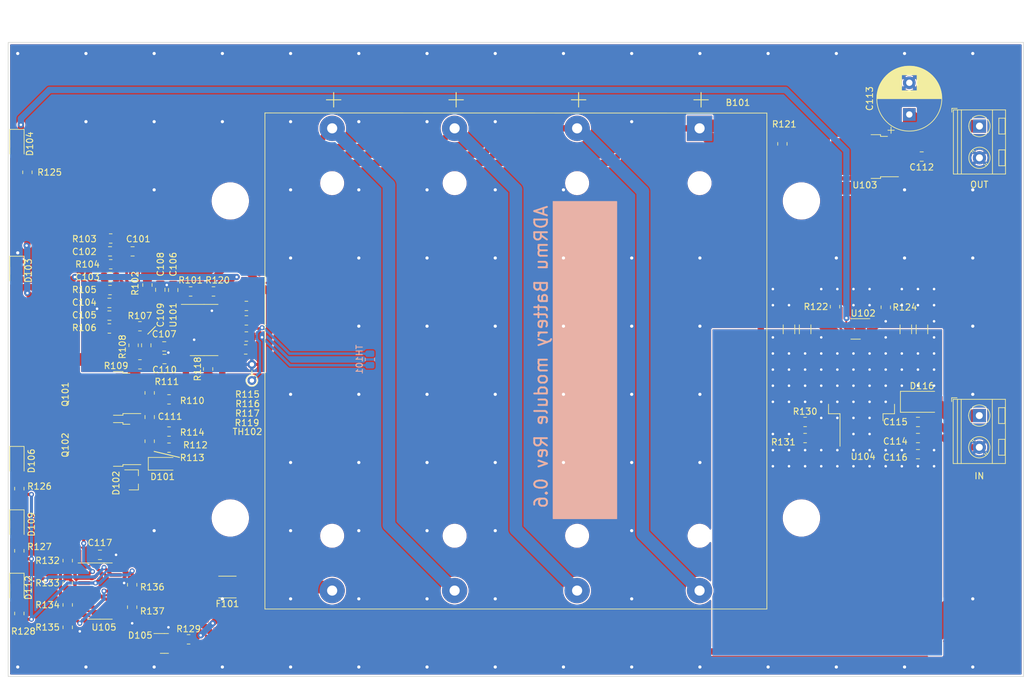
<source format=kicad_pcb>
(kicad_pcb (version 20211014) (generator pcbnew)
  (title_block (title "ADRmu battery module") (date "2022-07-11") (rev "0.6") (company "RPG"))
  (layers (0 "F.Cu" signal) (31 "B.Cu" signal) (34 "B.Paste" user) (35 "F.Paste" user) (36 "B.SilkS" user "B.Silkscreen") (37 "F.SilkS" user "F.Silkscreen") (38 "B.Mask" user) (39 "F.Mask" user) (44 "Edge.Cuts" user))
  (net 0 "")
  (net 1 "Net-(C107-Pad2)")
  (net 2 "Net-(C111-Pad1)")
  (net 3 "/-i{slash}o")
  (net 4 "/in+")
  (net 5 "Net-(D101-Pad1)")
  (net 6 "Net-(D101-Pad2)")
  (net 7 "Net-(D103-Pad2)")
  (net 8 "Net-(D104-Pad2)")
  (net 9 "Net-(B101-Pad2)")
  (net 10 "Net-(B101-Pad4)")
  (net 11 "Net-(B101-Pad6)")
  (net 14 "+BATT")
  (net 15 "-BATT")
  (net 16 "Net-(C101-Pad1)")
  (net 17 "Net-(C101-Pad2)")
  (net 18 "Net-(C102-Pad2)")
  (net 19 "Net-(C103-Pad2)")
  (net 20 "GND")
  (net 21 "Net-(C105-Pad1)")
  (net 22 "Net-(C106-Pad1)")
  (net 23 "Net-(C109-Pad2)")
  (net 24 "Net-(Q101-Pad1)")
  (net 25 "Net-(Q101-Pad2)")
  (net 26 "/AVDD")
  (net 27 "Net-(R110-Pad2)")
  (net 28 "Net-(R114-Pad1)")
  (net 29 "Net-(R115-Pad1)")
  (net 30 "Net-(R116-Pad1)")
  (net 31 "Net-(D104-Pad1)")
  (net 32 "Net-(R118-Pad2)")
  (net 33 "Net-(R119-Pad2)")
  (net 34 "Net-(C113-Pad1)")
  (net 35 "Net-(R116-Pad2)")
  (net 36 "Net-(R117-Pad2)")
  (net 37 "Net-(R121-Pad1)")
  (net 38 "Net-(R124-Pad2)")
  (net 39 "Net-(R122-Pad1)")
  (net 40 "Net-(C116-Pad1)")
  (net 42 "Net-(D106-Pad2)")
  (net 43 "Net-(D109-Pad2)")
  (net 44 "Net-(D112-Pad2)")
  (net 45 "Net-(C115-Pad1)")
  (net 46 "/dropped_in+")
  (net 47 "Net-(D106-Pad1)")
  (net 48 "Net-(D109-Pad1)")
  (net 49 "Net-(D112-Pad1)")
  (net 50 "Net-(R132-Pad1)")
  (net 51 "Net-(R133-Pad1)")
  (net 52 "Net-(R134-Pad1)")
  (net 53 "Net-(R136-Pad1)")
  (net 54 "Net-(D105-Pad3)")
  (footprint "Capacitor_SMD:C_0805_2012Metric" (layer "F.Cu") (at 94.634865 99.94 180)
    (fp_text reference "C110")
    (fp_text value "100n 50V")
  )
  (footprint "Capacitor_SMD:C_0805_2012Metric" (layer "F.Cu") (at 93.968 89.018 -90)
    (fp_text reference "C108")
    (fp_text value "1u 50V")
  )
  (footprint "Capacitor_SMD:C_0805_2012Metric" (layer "F.Cu") (at 213.36 114.935)
    (fp_text reference "C116")
    (fp_text value "1u 50V")
  )
  (footprint "MountingHole:MountingHole_5.3mm_M5" (layer "F.Cu") (at 195 75)
    (fp_text reference "H104" hide)
    (fp_text value "MountingHole")
  )
  (footprint "Capacitor_THT:CP_Radial_D10.0mm_P5.00mm" (layer "F.Cu") (at 212 61.367677 90)
    (fp_text reference "C113")
    (fp_text value "220u 16V")
  )
  (footprint "TerminalBlock_RND:TerminalBlock_RND_205-00045_1x02_P5.00mm_Horizontal" (layer "F.Cu") (at 223.052757 63.2 -90)
    (fp_text reference "OUT")
    (fp_text value "TerminalBlock_RND_205-00045_1x02_P5.00mm_Horizontal")
  )
  (footprint "Package_TO_SOT_SMD:TO-252-2" (layer "F.Cu") (at 85.6065 113.401 180)
    (fp_text reference "Q102")
    (fp_text value "Q_NMOS_GDS")
  )
  (footprint "Package_SO:SOIC-14_3.9x8.7mm_P1.27mm" (layer "F.Cu") (at 84.455 136.525)
    (fp_text reference "U105")
    (fp_text value "LM339")
  )
  (footprint "Capacitor_SMD:C_1206_3216Metric" (layer "F.Cu") (at 213.995 95.25 90)
    (fp_text reference "HS104" hide)
    (fp_text value "THJP1206AST1")
  )
  (footprint "Package_TO_SOT_SMD:TO-252-2" (layer "F.Cu") (at 205 68 180)
    (fp_text reference "U103")
    (fp_text value "L7812")
  )
  (footprint "Fuse:Fuse_1812_4532Metric" (layer "F.Cu") (at 104.5425 135.89 180)
    (fp_text reference "F101")
    (fp_text value "2A")
  )
  (footprint "Resistor_SMD:R_0805_2012Metric" (layer "F.Cu") (at 90.7565 94.765)
    (fp_text reference "R107")
    (fp_text value "100")
  )
  (footprint "ADRmu_battery_Library:BK-18650-PC8" (layer "F.Cu") (at 178.95 63.55 -90)
    (fp_text reference "B101")
    (fp_text value "BK-18650-PC8")
  )
  (footprint "Resistor_SMD:R_0805_2012Metric" (layer "F.Cu") (at 102.35 89.272)
    (fp_text reference "R120")
    (fp_text value "49k9")
  )
  (footprint "Capacitor_SMD:C_0805_2012Metric" (layer "F.Cu") (at 84.455 130.81 180)
    (fp_text reference "C117")
    (fp_text value "100n 50V")
  )
  (footprint "Resistor_SMD:R_0805_2012Metric" (layer "F.Cu") (at 98.425 144.145)
    (fp_text reference "R129")
    (fp_text value "10k")
  )
  (footprint "Capacitor_SMD:C_1206_3216Metric" (layer "F.Cu") (at 211.455 95.25 90)
    (fp_text reference "HS103" hide)
    (fp_text value "THJP1206AST1")
  )
  (footprint "Resistor_SMD:R_0805_2012Metric" (layer "F.Cu") (at 79.375 142.24 90)
    (fp_text reference "R135")
    (fp_text value "82k")
  )
  (footprint "Package_TO_SOT_SMD:TO-263-2" (layer "F.Cu") (at 204.47 105.61 90)
    (fp_text reference "U104")
    (fp_text value "LM317_TO-263")
  )
  (footprint "Resistor_SMD:R_0805_2012Metric" (layer "F.Cu") (at 89.7565 97.765 -90)
    (fp_text reference "R108")
    (fp_text value "60mR")
  )
  (footprint "Resistor_SMD:R_0805_2012Metric" (layer "F.Cu") (at 86.047 89.051)
    (fp_text reference "R105")
    (fp_text value "33")
  )
  (footprint "Resistor_SMD:R_0805_2012Metric" (layer "F.Cu") (at 89.535 139.065 90)
    (fp_text reference "R137")
    (fp_text value "10k")
  )
  (footprint "Resistor_SMD:R_0805_2012Metric" (layer "F.Cu") (at 71.755 130.175 -90)
    (fp_text reference "R127")
    (fp_text value "49k9")
  )
  (footprint "Package_TO_SOT_SMD:TO-252-2" (layer "F.Cu") (at 85.6065 105.351 180)
    (fp_text reference "Q101")
    (fp_text value "Q_NMOS_GDS")
  )
  (footprint "LED_SMD:LED_1206_3216Metric" (layer "F.Cu") (at 71.375 86 -90)
    (fp_text reference "D103")
    (fp_text value "LT Y8SG-V2AB-36")
  )
  (footprint "Capacitor_SMD:C_0805_2012Metric" (layer "F.Cu") (at 213.95 68 180)
    (fp_text reference "C112")
    (fp_text value "100n 50V")
  )
  (footprint "MountingHole:MountingHole_5.3mm_M5" (layer "F.Cu") (at 195 125)
    (fp_text reference "H101" hide)
    (fp_text value "MountingHole")
  )
  (footprint "Resistor_SMD:R_0805_2012Metric" (layer "F.Cu") (at 195.58 109.855 180)
    (fp_text reference "R130")
    (fp_text value "5k1")
  )
  (footprint "Resistor_SMD:R_0805_2012Metric" (layer "F.Cu") (at 101.5 101.5 90)
    (fp_text reference "R118")
    (fp_text value "470k")
  )
  (footprint "TerminalBlock_RND:TerminalBlock_RND_205-00045_1x02_P5.00mm_Horizontal" (layer "F.Cu") (at 223.027757 108.85 -90)
    (fp_text reference "IN")
    (fp_text value "TerminalBlock_RND_205-00045_1x02_P5.00mm_Horizontal")
  )
  (footprint "Resistor_SMD:R_0805_2012Metric" (layer "F.Cu") (at 107.43 98.416 180)
    (fp_text reference "R119")
    (fp_text value "10k")
  )
  (footprint "Capacitor_SMD:C_0805_2012Metric" (layer "F.Cu") (at 96 89.05 90)
    (fp_text reference "C106")
    (fp_text value "1u 50V")
  )
  (footprint "Resistor_SMD:R_0805_2012Metric" (layer "F.Cu") (at 79.375 138.7075 90)
    (fp_text reference "R134")
    (fp_text value "6k8")
  )
  (footprint "Diode_SMD:D_SOD-123" (layer "F.Cu") (at 94.3255 116.45)
    (fp_text reference "D101")
    (fp_text value "1N4148")
  )
  (footprint "Resistor_SMD:R_0805_2012Metric" (layer "F.Cu") (at 208.29 91.7675 -90)
    (fp_text reference "R124")
    (fp_text value "1k2")
  )
  (footprint "MountingHole:MountingHole_5.3mm_M5" (layer "F.Cu") (at 105 75)
    (fp_text reference "H102" hide)
    (fp_text value "MountingHole")
  )
  (footprint "Resistor_SMD:R_0805_2012Metric" (layer "F.Cu") (at 86.1505 84.987)
    (fp_text reference "R104")
    (fp_text value "33")
  )
  (footprint "LED_SMD:LED_1206_3216Metric" (layer "F.Cu") (at 71.375 116 -90)
    (fp_text reference "D106")
    (fp_text value "LT Y8SG-V2AB-36")
  )
  (footprint "Resistor_SMD:R_0805_2012Metric" (layer "F.Cu") (at 107.5335 93.844)
    (fp_text reference "R116")
    (fp_text value "10k")
  )
  (footprint "Resistor_SMD:R_0805_2012Metric" (layer "F.Cu") (at 200.29 91.68 -90)
    (fp_text reference "R122")
    (fp_text value "680k")
  )
  (footprint "Package_TO_SOT_SMD:SOT-23" (layer "F.Cu") (at 94.615 144.78)
    (fp_text reference "D105")
    (fp_text value "BZX84C10")
  )
  (footprint "Resistor_SMD:R_0805_2012Metric" (layer "F.Cu") (at 107.5335 91.558)
    (fp_text reference "R115")
    (fp_text value "10k")
  )
  (footprint "Resistor_SMD:R_0805_2012Metric" (layer "F.Cu") (at 91.936 88.256 -90)
    (fp_text reference "R102")
    (fp_text value "33")
  )
  (footprint "Capacitor_SMD:C_0805_2012Metric" (layer "F.Cu") (at 94.584865 97.94 180)
    (fp_text reference "C107")
    (fp_text value "100n 50V")
  )
  (footprint "Resistor_SMD:R_0805_2012Metric" (layer "F.Cu") (at 95.3415 106.29)
    (fp_text reference "R110")
    (fp_text value "5k1")
  )
  (footprint "Resistor_SMD:R_0805_2012Metric" (layer "F.Cu") (at 90.7565 100.765)
    (fp_text reference "R109")
    (fp_text value "100")
  )
  (footprint "Capacitor_SMD:C_0805_2012Metric" (layer "F.Cu") (at 92.2935 109.084 -90)
    (fp_text reference "C111")
    (fp_text value "100n 50V")
  )
  (footprint "Diode_SMD:D_SOT-23_ANK" (layer "F.Cu") (at 89.7535 118.99)
    (fp_text reference "D102")
    (fp_text value "16V")
  )
  (footprint "Resistor_SMD:R_0805_2012Metric" (layer "F.Cu") (at 79.375 131.7225 90)
    (fp_text reference "R132")
    (fp_text value "22k")
  )
  (footprint "Resistor_SMD:R_0805_2012Metric" (layer "F.Cu") (at 98.747 89.272 180)
    (fp_text reference "R101")
    (fp_text value "1k")
  )
  (footprint "Capacitor_SMD:C_1206_3216Metric" (layer "F.Cu") (at 193.04 95.25 90)
    (fp_text reference "HS101" hide)
    (fp_text value "THJP1206AST1")
  )
  (footprint "Capacitor_SMD:C_0805_2012Metric" (layer "F.Cu") (at 213.36 109.855)
    (fp_text reference "C115")
    (fp_text value "1u 50V")
  )
  (footprint "Resistor_SMD:R_0805_2012Metric" (layer "F.Cu") (at 107.5335 96.384 180)
    (fp_text reference "R117")
    (fp_text value "200k")
  )
  (footprint "Resistor_THT:R_Axial_DIN0204_L3.6mm_D1.6mm_P2.54mm_Vertical" (layer "F.Cu") (at 108.4 103.32 90)
    (fp_text reference "TH102")
    (fp_text value "Alternative 10k NTC")
  )
  (footprint "Resistor_SMD:R_0805_2012Metric" (layer "F.Cu") (at 192 66 90)
    (fp_text reference "R121")
    (fp_text value "9.1M")
  )
  (footprint "Resistor_SMD:R_0805_2012Metric" (layer "F.Cu") (at 95.3415 113.91 180)
    (fp_text reference "R112")
    (fp_text value "1M")
  )
  (footprint "Diode_SMD:D_SMA" (layer "F.Cu") (at 213.995 106.68)
    (fp_text reference "D116")
    (fp_text value "RS1D-13-F")
  )
  (footprint "Capacitor_SMD:C_0805_2012Metric" (layer "F.Cu") (at 86.047 82.955 180)
    (fp_text reference "C102")
    (fp_text value "1u 50V")
  )
  (footprint "LED_SMD:LED_1206_3216Metric" (layer "F.Cu") (at 71.375 136 -90)
    (fp_text reference "D112")
    (fp_text value "LT Y8SG-V2AB-36")
  )
  (footprint "Resistor_SMD:R_0805_2012Metric" (layer "F.Cu") (at 95.3415 111.37 180)
    (fp_text reference "R114")
    (fp_text value "5k1")
  )
  (footprint "Capacitor_SMD:C_0805_2012Metric" (layer "F.Cu") (at 86.047 87.019 180)
    (fp_text reference "C103")
    (fp_text value "1u 50V")
  )
  (footprint "Capacitor_SMD:C_0805_2012Metric" (layer "F.Cu") (at 213.36 112.395)
    (fp_text reference "C114")
    (fp_text value "1u 50V")
  )
  (footprint "Capacitor_SMD:C_0805_2012Metric" (layer "F.Cu") (at 91.7565 97.765 -90)
    (fp_text reference "C109")
    (fp_text value "100n 50V")
  )
  (footprint "Resistor_SMD:R_0805_2012Metric" (layer "F.Cu") (at 85.9435 95.114 180)
    (fp_text reference "R106")
    (fp_text value "33")
  )
  (footprint "Resistor_SMD:R_0805_2012Metric" (layer "F.Cu") (at 79.375 135.255 90)
    (fp_text reference "R133")
    (fp_text value "6k8")
  )
  (footprint "Resistor_SMD:R_0805_2012Metric" (layer "F.Cu") (at 195.58 112.395)
    (fp_text reference "R131")
    (fp_text value "10k")
  )
  (footprint "Resistor_SMD:R_0805_2012Metric" (layer "F.Cu") (at 92.2935 105.274 -90)
    (fp_text reference "R111")
    (fp_text value "10M")
  )
  (footprint "Package_SO:TSSOP-24_4.4x7.8mm_P0.65mm" (layer "F.Cu") (at 100.8695 95.354)
    (fp_text reference "U101")
    (fp_text value "BQ7791500")
  )
  (footprint "LED_SMD:LED_1206_3216Metric" (layer "F.Cu") (at 71.375 66 -90)
    (fp_text reference "D104")
    (fp_text value "LT Y8SG-V2AB-36")
  )
  (footprint "Resistor_SMD:R_0805_2012Metric" (layer "F.Cu") (at 86.1505 80.923)
    (fp_text reference "R103")
    (fp_text value "33")
  )
  (footprint "Resistor_SMD:R_0805_2012Metric" (layer "F.Cu") (at 71.755 140.0575 -90)
    (fp_text reference "R128")
    (fp_text value "49k9")
  )
  (footprint "Resistor_SMD:R_0805_2012Metric" (layer "F.Cu") (at 89.535 135.5325 90)
    (fp_text reference "R136")
    (fp_text value "10k")
  )
  (footprint "MountingHole:MountingHole_5.3mm_M5" (layer "F.Cu") (at 105 125)
    (fp_text reference "H103" hide)
    (fp_text value "MountingHole")
  )
  (footprint "Resistor_SMD:R_0805_2012Metric" (layer "F.Cu") (at 71.755 120.3725 -90)
    (fp_text reference "R126")
    (fp_text value "49k9")
  )
  (footprint "LED_SMD:LED_1206_3216Metric" (layer "F.Cu") (at 71.375 126 -90)
    (fp_text reference "D109")
    (fp_text value "LT Y8SG-V2AB-36")
  )
  (footprint "Capacitor_SMD:C_0805_2012Metric" (layer "F.Cu") (at 85.9435 93.082 180)
    (fp_text reference "C105")
    (fp_text value "1u 50V")
  )
  (footprint "Resistor_SMD:R_0805_2012Metric" (layer "F.Cu") (at 73.025 70.485 90)
    (fp_text reference "R125")
    (fp_text value "49k9")
  )
  (footprint "Capacitor_SMD:C_0805_2012Metric" (layer "F.Cu") (at 89.603 82.955 180)
    (fp_text reference "C101")
    (fp_text value "1u 50V")
  )
  (footprint "Package_DFN_QFN:DFN-10-1EP_3x3mm_P0.5mm_EP1.65x2.38mm" (layer "F.Cu") (at 204.29 95.18 180)
    (fp_text reference "U102")
    (fp_text value "LTC4079")
  )
  (footprint "Capacitor_SMD:C_0805_2012Metric" (layer "F.Cu") (at 85.9435 91.083 180)
    (fp_text reference "C104")
    (fp_text value "1u 50V")
  )
  (footprint "Resistor_SMD:R_0805_2012Metric" (layer "F.Cu") (at 92.2935 112.894 -90)
    (fp_text reference "R113")
    (fp_text value "3M")
  )
  (footprint "Capacitor_SMD:C_1206_3216Metric" (layer "F.Cu") (at 195.58 95.25 90)
    (fp_text reference "HS102" hide)
    (fp_text value "THJP1206AST1")
  )
  (footprint "Resistor_SMD:R_0805_2012Metric" (layer "B.Cu") (at 127 100 -90)
    (fp_text reference "TH101")
    (fp_text value "CMFB3435103FNT")
  )
  (gr_rect (start 165.885 125.1) (end 155.885 75.1) (layer "B.SilkS") (width 0.15) (fill solid))
  (gr_line (start 93 114.5) (end 97 115.45) (layer "F.SilkS") (width 0.15))
  (gr_line (start 92 96) (end 93.2 94.8) (layer "F.SilkS") (width 0.15))
  (gr_rect locked (start 230 50) (end 70 150) (layer "Edge.Cuts") (width 0.1) (fill none))
  (gr_text "ADRmu Battery module Rev 0.6" (at 153.985 99.6 90) (layer "B.SilkS") (effects (font (size 2 2) (thickness 0.3)) (justify mirror)))
  (segment (start 91.669 96.7275) (end 91.7565 96.815) (width 1) (layer "F.Cu") (net 1))
  (segment (start 91.669 94.765) (end 91.669 96.7275) (width 1) (layer "F.Cu") (net 1))
  (segment (start 96.399553 96.81548) (end 94.759385 96.81548) (width 0.4) (layer "F.Cu") (net 1))
  (segment (start 97.213073 97.629) (end 96.399553 96.81548) (width 0.4) (layer "F.Cu") (net 1))
  (segment (start 92.509865 96.815) (end 93.634865 97.94) (width 1) (layer "F.Cu") (net 1))
  (segment (start 94.759385 96.81548) (end 93.634865 97.94) (width 0.4) (layer "F.Cu") (net 1))
  (segment (start 91.7565 96.815) (end 92.509865 96.815) (width 1) (layer "F.Cu") (net 1))
  (segment (start 98.007 97.629) (end 97.213073 97.629) (width 0.4) (layer "F.Cu") (net 1))
  (segment (start 88.414478 109.338) (end 87.9755 108.899022) (width 1) (layer "F.Cu") (net 2))
  (segment (start 92.2935 104.3615) (end 91.097 104.3615) (width 1) (layer "F.Cu") (net 2))
  (segment (start 89.7565 100.6775) (end 89.7565 98.6775) (width 2) (layer "F.Cu") (net 2))
  (segment (start 90.921676 109.338) (end 88.414478 109.338) (width 1) (layer "F.Cu") (net 2))
  (segment (start 89.844 100.765) (end 89.7565 100.6775) (width 2) (layer "F.Cu") (net 2))
  (segment (start 89.844 100.765) (end 89.844 103.0335) (width 2) (layer "F.Cu") (net 2))
  (segment (start 87.9755 104.902) (end 89.8065 103.071) (width 1) (layer "F.Cu") (net 2))
  (segment (start 89.844 103.0335) (end 89.8065 103.071) (width 2) (layer "F.Cu") (net 2))
  (segment (start 87.9755 108.899022) (end 87.9755 104.902) (width 1) (layer "F.Cu") (net 2))
  (segment (start 91.097 104.3615) (end 89.8065 103.071) (width 1) (layer "F.Cu") (net 2))
  (segment (start 92.125676 108.134) (end 90.921676 109.338) (width 1) (layer "F.Cu") (net 2))
  (segment (start 219.5 113.85) (end 223.027757 113.85) (width 1) (layer "F.Cu") (net 3))
  (segment (start 214.31 114.935) (end 214.31 112.395) (width 1) (layer "F.Cu") (net 3))
  (segment (start 214.31 112.395) (end 214.31 109.855) (width 1) (layer "F.Cu") (net 3))
  (segment (start 218.045 112.395) (end 219.5 113.85) (width 1) (layer "F.Cu") (net 3))
  (segment (start 203.95952 94.13048) (end 202.84 94.13048) (width 0.4) (layer "F.Cu") (net 3))
  (segment (start 214.31 112.395) (end 218.045 112.395) (width 1) (layer "F.Cu") (net 3))
  (segment (start 204.67 94.18) (end 204.29 93.8) (width 0.25) (layer "F.Cu") (net 3))
  (segment (start 204.29 93.8) (end 203.95952 94.13048) (width 0.4) (layer "F.Cu") (net 3))
  (segment (start 205.74 94.18) (end 204.67 94.18) (width 0.25) (layer "F.Cu") (net 3))
  (segment (start 204.29 95.18) (end 204.29 93.8) (width 1.6) (layer "F.Cu") (net 3))
  (via (at 215.9 91.44) (size 0.8) (drill 0.4) (layers "F.Cu" "B.Cu") (net 3))
  (via (at 125.25 116.25) (size 0.8) (drill 0.5) (layers "F.Cu" "B.Cu") (net 3))
  (via (at 157.5 73.25) (size 0.8) (drill 0.5) (layers "F.Cu" "B.Cu") (net 3))
  (via (at 205.74 91.44) (size 0.8) (drill 0.4) (layers "F.Cu" "B.Cu") (net 3))
  (via (at 157.5 94.75) (size 0.8) (drill 0.5) (layers "F.Cu" "B.Cu") (net 3))
  (via (at 179 94.75) (size 0.8) (drill 0.5) (layers "F.Cu" "B.Cu") (net 3))
  (via (at 146.75 62.5) (size 0.8) (drill 0.5) (layers "F.Cu" "B.Cu") (net 3))
  (via (at 103.75 148.5) (size 0.8) (drill 0.5) (layers "F.Cu" "B.Cu") (net 3))
  (via (at 136 51.75) (size 0.8) (drill 0.5) (layers "F.Cu" "B.Cu") (net 3))
  (via (at 215.9 88.9) (size 0.8) (drill 0.4) (layers "F.Cu" "B.Cu") (net 3))
  (via (at 179 84) (size 0.8) (drill 0.5) (layers "F.Cu" "B.Cu") (net 3))
  (via (at 136 84) (size 0.8) (drill 0.5) (layers "F.Cu" "B.Cu") (net 3))
  (via (at 114.5 84) (size 0.8) (drill 0.5) (layers "F.Cu" "B.Cu") (net 3))
  (via (at 146.75 116.25) (size 0.8) (drill 0.5) (layers "F.Cu" "B.Cu") (net 3))
  (via (at 114.5 51.75) (size 0.8) (drill 0.5) (layers "F.Cu" "B.Cu") (net 3))
  (via (at 213.36 88.9) (size 0.8) (drill 0.4) (layers "F.Cu" "B.Cu") (net 3))
  (via (at 168.25 94.75) (size 0.8) (drill 0.5) (layers "F.Cu" "B.Cu") (net 3))
  (via (at 205.74 88.9) (size 0.8) (drill 0.4) (layers "F.Cu" "B.Cu") (net 3))
  (via (at 179 116.25) (size 0.8) (drill 0.5) (layers "F.Cu" "B.Cu") (net 3))
  (via (at 125.25 148.5) (size 0.8) (drill 0.5) (layers "F.Cu" "B.Cu") (net 3))
  (via (at 168.25 137.75) (size 0.8) (drill 0.5) (layers "F.Cu" "B.Cu") (net 3))
  (via (at 125.25 127) (size 0.8) (drill 0.5) (layers "F.Cu" "B.Cu") (net 3))
  (via (at 136 105.5) (size 0.8) (drill 0.5) (layers "F.Cu" "B.Cu") (net 3))
  (via (at 93 148.5) (size 0.8) (drill 0.5) (layers "F.Cu" "B.Cu") (net 3))
  (via (at 81.28 142.875) (size 0.8) (drill 0.4) (layers "F.Cu" "B.Cu") (net 3))
  (via (at 93 127) (size 0.8) (drill 0.5) (layers "F.Cu" "B.Cu") (net 3))
  (via (at 215.9 93.98) (size 0.8) (drill 0.4) (layers "F.Cu" "B.Cu") (net 3))
  (via (at 210.82 91.44) (size 0.8) (drill 0.4) (layers "F.Cu" "B.Cu") (net 3))
  (via (at 168.25 127) (size 0.8) (drill 0.5) (layers "F.Cu" "B.Cu") (net 3))
  (via (at 189.75 51.75) (size 0.8) (drill 0.5) (layers "F.Cu" "B.Cu") (net 3))
  (via (at 136 127) (size 0.8) (drill 0.5) (layers "F.Cu" "B.Cu") (net 3))
  (via (at 168.25 62.5) (size 0.8) (drill 0.5) (layers "F.Cu" "B.Cu") (net 3))
  (via (at 95.25 142.24) (size 0.8) (drill 0.4) (layers "F.Cu" "B.Cu") (net 3))
  (via (at 168.25 84) (size 0.8) (drill 0.5) (layers "F.Cu" "B.Cu") (net 3))
  (via (at 222 94.75) (size 0.8) (drill 0.5) (layers "F.Cu" "B.Cu") (net 3))
  (via (at 125.25 94.75) (size 0.8) (drill 0.5) (layers "F.Cu" "B.Cu") (net 3))
  (via (at 125.25 51.75) (size 0.8) (drill 0.5) (layers "F.Cu" "B.Cu") (net 3))
  (via (at 125.25 137.75) (size 0.8) (drill 0.5) (layers "F.Cu" "B.Cu") (net 3))
  (via (at 114.5 62.5) (size 0.8) (drill 0.5) (layers "F.Cu" "B.Cu") (net 3))
  (via (at 82.25 51.75) (size 0.8) (drill 0.5) (layers "F.Cu" "B.Cu") (net 3))
  (via (at 125.25 105.5) (size 0.8) (drill 0.5) (layers "F.Cu" "B.Cu") (net 3))
  (via (at 193.04 91.44) (size 0.8) (drill 0.4) (layers "F.Cu" "B.Cu") (net 3))
  (via (at 189.75 148.5) (size 0.8) (drill 0.5) (layers "F.Cu" "B.Cu") (net 3))
  (via (at 157.5 148.5) (size 0.8) (drill 0.5) (layers "F.Cu" "B.Cu") (net 3))
  (via (at 200.5 51.75) (size 0.8) (drill 0.5) (layers "F.Cu" "B.Cu") (net 3))
  (via (at 93 73.25) (size 0.8) (drill 0.5) (layers "F.Cu" "B.Cu") (net 3))
  (via (at 200.5 84) (size 0.8) (drill 0.5) (layers "F.Cu" "B.Cu") (net 3))
  (via (at 179 51.75) (size 0.8) (drill 0.5) (layers "F.Cu" "B.Cu") (net 3))
  (via (at 136 137.75) (size 0.8) (drill 0.5) (layers "F.Cu" "B.Cu") (net 3))
  (via (at 190.5 88.9) (size 0.8) (drill 0.4) (layers "F.Cu" "B.Cu") (net 3))
  (via (at 198.12 88.9) (size 0.8) (drill 0.4) (layers "F.Cu" "B.Cu") (net 3))
  (via (at 114.5 105.5) (size 0.8) (drill 0.5) (layers "F.Cu" "B.Cu") (net 3))
  (via (at 71.5 148.5) (size 0.8) (drill 0.5) (layers "F.Cu" "B.Cu") (net 3))
  (via (at 157.5 116.25) (size 0.8) (drill 0.5) (layers "F.Cu" "B.Cu") (net 3))
  (via (at 168.25 51.75) (size 0.8) (drill 0.5) (layers "F.Cu" "B.Cu") (net 3))
  (via (at 179 148.5) (size 0.8) (drill 0.5) (layers "F.Cu" "B.Cu") (net 3))
  (via (at 136 148.5) (size 0.8) (drill 0.5) (layers "F.Cu" "B.Cu") (net 3))
  (via (at 211.25 148.5) (size 0.8) (drill 0.5) (layers "F.Cu" "B.Cu") (net 3))
  (via (at 103.75 51.75) (size 0.8) (drill 0.5) (layers "F.Cu" "B.Cu") (net 3))
  (via (at 114.5 73.25) (size 0.8) (drill 0.5) (layers "F.Cu" "B.Cu") (net 3))
  (via (at 125.25 73.25) (size 0.8) (drill 0.5) (layers "F.Cu" "B.Cu") (net 3))
  (via (at 146.75 148.5) (size 0.8) (drill 0.5) (layers "F.Cu" "B.Cu") (net 3))
  (via (at 71.5 83.185) (size 0.8) (drill 0.5) (layers "F.Cu" "B.Cu") (net 3))
  (via (at 146.75 73.25) (size 0.8) (drill 0.5) (layers "F.Cu" "B.Cu") (net 3))
  (via (at 211.25 51.75) (size 0.8) (drill 0.5) (layers "F.Cu" "B.Cu") (net 3))
  (via (at 114.5 127) (size 0.8) (drill 0.5) (layers "F.Cu" "B.Cu") (net 3))
  (via (at 190.5 91.44) (size 0.8) (drill 0.4) (layers "F.Cu" "B.Cu") (net 3))
  (via (at 125.25 84) (size 0.8) (drill 0.5) (layers "F.Cu" "B.Cu") (net 3))
  (via (at 103.75 137.75) (size 0.8) (drill 0.5) (layers "F.Cu" "B.Cu") (net 3))
  (via (at 157.5 105.5) (size 0.8) (drill 0.5) (layers "F.Cu" "B.Cu") (net 3))
  (via (at 211.25 84) (size 0.8) (drill 0.5) (layers "F.Cu" "B.Cu") (net 3))
  (via (at 136 94.75) (size 0.8) (drill 0.5) (layers "F.Cu" "B.Cu") (net 3))
  (via (at 136 62.5) (size 0.8) (drill 0.5) (layers "F.Cu" "B.Cu") (net 3))
  (via (at 222 137.75) (size 0.8) (drill 0.5) (layers "F.Cu" "B.Cu") (net 3))
  (via (at 203.2 88.9) (size 0.8) (drill 0.4) (layers "F.Cu" "B.Cu") (net 3))
  (via (at 213.36 91.44) (size 0.8) (drill 0.4) (layers "F.Cu" "B.Cu") (net 3))
  (via (at 82.25 148.5) (size 0.8) (drill 0.5) (layers "F.Cu" "B.Cu") (net 3))
  (via (at 200.5 148.5) (size 0.8) (drill 0.5) (layers "F.Cu" "B.Cu") (net 3))
  (via (at 168.25 105.5) (size 0.8) (drill 0.5) (layers "F.Cu" "B.Cu") (net 3))
  (via (at 157.5 51.75) (size 0.8) (drill 0.5) (layers "F.Cu" "B.Cu") (net 3))
  (via (at 146.75 127) (size 0.8) (drill 0.5) (layers "F.Cu" "B.Cu") (net 3))
  (via (at 210.82 88.9) (size 0.8) (drill 0.4) (layers "F.Cu" "B.Cu") (net 3))
  (via (at 88.265 135.255) (size 0.8) (drill 0.4) (layers "F.Cu" "B.Cu") (net 3))
  (via (at 93 51.75) (size 0.8) (drill 0.5) (layers "F.Cu" "B.Cu") (net 3))
  (via (at 222 73.25) (size 0.8) (drill 0.5) (layers "F.Cu" "B.Cu") (net 3))
  (via (at 114.5 137.75) (size 0.8) (drill 0.5) (layers "F.Cu" "B.Cu") (net 3))
  (via (at 114.5 148.5) (size 0.8) (drill 0.5) (layers "F.Cu" "B.Cu") (net 3))
  (via (at 86.995 130.81) (size 0.8) (drill 0.4) (layers "F.Cu" "B.Cu") (net 3))
  (via (at 146.75 94.75) (size 0.8) (drill 0.5) (layers "F.Cu" "B.Cu") (net 3))
  (via (at 136 73.25) (size 0.8) (drill 0.5) (layers "F.Cu" "B.Cu") (net 3))
  (via (at 103.75 62.5) (size 0.8) (drill 0.5) (layers "F.Cu" "B.Cu") (net 3))
  (via (at 222 51.75) (size 0.8) (drill 0.5) (layers "F.Cu" "B.Cu") (net 3))
  (via (at 146.75 137.75) (size 0.8) (drill 0.5) (layers "F.Cu" "B.Cu") (net 3))
  (via (at 168.25 116.25) (size 0.8) (drill 0.5) (layers "F.Cu" "B.Cu") (net 3))
  (via (at 71.5 51.75) (size 0.8) (drill 0.5) (layers "F.Cu" "B.Cu") (net 3))
  (via (at 208.28 93.98) (size 0.8) (drill 0.4) (layers "F.Cu" "B.Cu") (net 3))
  (via (at 146.75 51.75) (size 0.8) (drill 0.5) (layers "F.Cu" "B.Cu") (net 3))
  (via (at 222 84) (size 0.8) (drill 0.5) (layers "F.Cu" "B.Cu") (net 3))
  (via (at 82.25 62.5) (size 0.8) (drill 0.5) (layers "F.Cu" "B.Cu") (net 3))
  (via (at 200.66 88.9) (size 0.8) (drill 0.4) (layers "F.Cu" "B.Cu") (net 3))
  (via (at 136 116.25) (size 0.8) (drill 0.5) (layers "F.Cu" "B.Cu") (net 3))
  (via (at 211.25 73.25) (size 0.8) (drill 0.5) (layers "F.Cu" "B.Cu") (net 3))
  (via (at 89.535 141.605) (size 0.8) (drill 0.4) (layers "F.Cu" "B.Cu") (net 3))
  (via (at 146.75 84) (size 0.8) (drill 0.5) (layers "F.Cu" "B.Cu") (net 3))
  (via (at 125.25 62.5) (size 0.8) (drill 0.5) (layers "F.Cu" "B.Cu") (net 3))
  (via (at 93 62.5) (size 0.8) (drill 0.5) (layers "F.Cu" "B.Cu") (net 3))
  (via (at 179 105.5) (size 0.8) (drill 0.5) (layers "F.Cu" "B.Cu") (net 3))
  (via (at 222 105.5) (size 0.8) (drill 0.5) (layers "F.Cu" "B.Cu") (net 3))
  (via (at 168.25 148.5) (size 0.8) (drill 0.5) (layers "F.Cu" "B.Cu") (net 3))
  (via (at 114.5 116.25) (size 0.8) (drill 0.5) (layers "F.Cu" "B.Cu") (net 3))
  (via (at 222 148.5) (size 0.8) (drill 0.5) (layers "F.Cu" "B.Cu") (net 3))
  (via (at 146.75 105.5) (size 0.8) (drill 0.5) (layers "F.Cu" "B.Cu") (net 3))
  (via (at 157.5 84) (size 0.8) (drill 0.5) (layers "F.Cu" "B.Cu") (net 3))
  (via (at 203.2 91.44) (size 0.8) (drill 0.4) (layers "F.Cu" "B.Cu") (net 3))
  (segment (start 221.312551 108.89) (end 222.987757 108.89) (width 2) (layer "F.Cu") (net 4))
  (segment (start 222.987757 108.89) (end 223.027757 108.85) (width 2) (layer "F.Cu") (net 4))
  (segment (start 215.995 106.68) (end 218.205 108.89) (width 2) (layer "F.Cu") (net 4))
  (segment (start 218.205 108.89) (end 221.312551 108.89) (width 2) (layer "F.Cu") (net 4))
  (segment (start 92.2935 116.068) (end 92.6755 116.45) (width 1) (layer "F.Cu") (net 5))
  (segment (start 92.6755 116.45) (end 90.5755 116.45) (width 1) (layer "F.Cu") (net 5))
  (segment (start 90.7535 118.99) (end 90.7535 118.372) (width 1) (layer "F.Cu") (net 5))
  (segment (start 92.397 113.91) (end 92.2935 113.8065) (width 1) (layer "F.Cu") (net 5))
  (segment (start 94.429 113.91) (end 92.397 113.91) (width 1) (layer "F.Cu") (net 5))
  (segment (start 90.5755 116.45) (end 89.8065 115.681) (width 1) (layer "F.Cu") (net 5))
  (segment (start 92.2935 113.8065) (end 92.2935 116.068) (width 1) (layer "F.Cu") (net 5))
  (segment (start 90.7535 118.372) (end 92.6755 116.45) (width 1) (layer "F.Cu") (net 5))
  (segment (start 95.9755 116.45) (end 95.9755 114.1885) (width 1) (layer "F.Cu") (net 6))
  (segment (start 94.429 111.854676) (end 94.429 111.37) (width 1) (layer "F.Cu") (net 6))
  (segment (start 96.254 113.679676) (end 94.429 111.854676) (width 1) (layer "F.Cu") (net 6))
  (segment (start 95.9755 114.1885) (end 96.254 113.91) (width 1) (layer "F.Cu") (net 6))
  (segment (start 96.254 113.91) (end 96.254 113.679676) (width 1) (layer "F.Cu") (net 6))
  (segment (start 71.375 87.4) (end 80.1 87.4) (width 1) (layer "F.Cu") (net 7))
  (segment (start 105.5345 87) (end 103.2625 89.272) (width 1) (layer "F.Cu") (net 7))
  (segment (start 80.1 87.4) (end 80.5 87) (width 1) (layer "F.Cu") (net 7))
  (segment (start 106 87) (end 105.5345 87) (width 1) (layer "F.Cu") (net 7))
  (via (at 80.5 87) (size 0.8) (drill 0.4) (layers "F.Cu" "B.Cu") (net 7))
  (via (at 106 87) (size 0.8) (drill 0.4) (layers "F.Cu" "B.Cu") (net 7))
  (segment (start 80.5 87) (end 106 87) (width 1) (layer "B.Cu") (net 7))
  (segment (start 73.025 69.5725) (end 73.025 69.05) (width 1) (layer "F.Cu") (net 8))
  (segment (start 73.025 69.05) (end 71.375 67.4) (width 1) (layer "F.Cu") (net 8))
  (segment (start 148.95 63.55) (end 144.80048 67.69952) (width 1) (layer "F.Cu") (net 9))
  (segment (start 85.238 74.958378) (end 85.238 80.923) (width 1) (layer "F.Cu") (net 9))
  (segment (start 144.80048 67.69952) (end 92.496858 67.69952) (width 1) (layer "F.Cu") (net 9))
  (segment (start 159.65 63.55) (end 148.95 63.55) (width 1) (layer "F.Cu") (net 9))
  (segment (start 92.496858 67.69952) (end 85.238 74.958378) (width 1) (layer "F.Cu") (net 9))
  (segment (start 170 127.5) (end 178.95 136.45) (width 2) (layer "B.Cu") (net 9))
  (segment (start 170 73.5) (end 170 127.5) (width 2) (layer "B.Cu") (net 9))
  (segment (start 160.05 63.55) (end 170 73.5) (width 2) (layer "B.Cu") (net 9))
  (segment (start 137.4 66.5) (end 92 66.5) (width 1) (layer "F.Cu") (net 10))
  (segment (start 92 66.5) (end 83.89748 74.60252) (width 1) (layer "F.Cu") (net 10))
  (segment (start 83.89748 83.823304) (end 85.061176 84.987) (width 1) (layer "F.Cu") (net 10))
  (segment (start 140.35 63.55) (end 137.4 66.5) (width 1) (layer "F.Cu") (net 10))
  (segment (start 85.061176 84.987) (end 85.238 84.987) (width 1) (layer "F.Cu") (net 10))
  (segment (start 83.89748 74.60252) (end 83.89748 83.823304) (width 1) (layer "F.Cu") (net 10))
  (segment (start 140.35 63.55) (end 150 73.2) (width 2) (layer "B.Cu") (net 10))
  (segment (start 150 73.2) (end 150 126.8) (width 2) (layer "B.Cu") (net 10))
  (segment (start 150 126.8) (end 159.65 136.45) (width 2) (layer "B.Cu") (net 10))
  (segment (start 119.29952 65.30048) (end 91.503143 65.30048) (width 1) (layer "F.Cu") (net 11))
  (segment (start 82.69796 87) (end 84.74896 89.051) (width 1) (layer "F.Cu") (net 11))
  (segment (start 121.05 63.55) (end 119.29952 65.30048) (width 1) (layer "F.Cu") (net 11))
  (segment (start 91.503143 65.30048) (end 82.69796 74.105662) (width 1) (layer "F.Cu") (net 11))
  (segment (start 82.69796 74.105662) (end 82.69796 87) (width 1) (layer "F.Cu") (net 11))
  (segment (start 84.74896 89.051) (end 85.1345 89.051) (width 1) (layer "F.Cu") (net 11))
  (segment (start 130 72.5) (end 130 126.1) (width 2) (layer "B.Cu") (net 11))
  (segment (start 121.05 63.55) (end 130 72.5) (width 2) (layer "B.Cu") (net 11))
  (segment (start 130 126.1) (end 140.35 136.45) (width 2) (layer "B.Cu") (net 11))
  (segment (start 73.66 131.445) (end 72.1125 131.445) (width 0.5) (layer "F.Cu") (net 14))
  (segment (start 83.505 132.468609) (end 84.669511 133.63312) (width 0.5) (layer "F.Cu") (net 14))
  (segment (start 194.6675 109.855) (end 189.23 109.855) (width 1) (layer "F.Cu") (net 14))
  (segment (start 170.45 63.55) (end 165 69) (width 1) (layer "F.Cu") (net 14))
  (segment (start 101.4375 88.1625) (end 101.4375 89.272) (width 1) (layer "F.Cu") (net 14))
  (segment (start 83.75548 135.255) (end 81.98 135.255) (width 0.5) (layer "F.Cu") (net 14))
  (segment (start 200.279 96.139) (end 198.39048 94.25048) (width 2) (layer "F.Cu") (net 14))
  (segment (start 84.669511 134.340969) (end 83.75548 135.255) (width 0.5) (layer "F.Cu") (net 14))
  (segment (start 89.535 134.62) (end 89.535 133.35) (width 0.5) (layer "F.Cu") (net 14))
  (segment (start 84.669511 133.63312) (end 84.669511 134.340969) (width 0.5) (layer "F.Cu") (net 14))
  (segment (start 89.535 134.62) (end 92.138692 134.62) (width 0.5) (layer "F.Cu") (net 14))
  (segment (start 111.125 89.535) (end 105.756137 84.166137) (width 1) (layer "F.Cu") (net 14))
  (segment (start 102.235 141.605) (end 104.98048 138.85952) (width 1) (layer "F.Cu") (net 14))
  (segment (start 178.95 63.55) (end 170.45 63.55) (width 1) (layer "F.Cu") (net 14))
  (segment (start 97.29348 87.16848) (end 97.55598 87.16848) (width 0.4) (layer "F.Cu") (net 14))
  (segment (start 197 71) (end 197 68.34) (width 2) (layer "F.Cu") (net 14))
  (segment (start 198.39048 94.25048) (end 198.39048 93.326788) (width 2) (layer "F.Cu") (net 14))
  (segment (start 120.6 69) (end 107.625 81.975) (width 1) (layer "F.Cu") (net 14))
  (segment (start 188.5 83.436308) (end 188.5 73.1) (width 2) (layer "F.Cu") (net 14))
  (segment (start 100.33 143.51) (end 99.9725 143.51) (width 1) (layer "F.Cu") (net 14))
  (segment (start 92.11102 87.16848) (end 97.29348 87.16848) (width 0.4) (layer "F.Cu") (net 14))
  (segment (start 102.3375 87.2625) (end 101.4375 88.1625) (width 1) (layer "F.Cu") (net 14))
  (segment (start 191.83 63.17) (end 179.33 63.17) (width 2) (layer "F.Cu") (net 14))
  (segment (start 101.4375 88.484774) (end 101.4375 89.272) (width 1) (layer "F.Cu") (net 14))
  (segment (start 104.98048 138.85952) (end 104.98048 134.484196) (width 1) (layer "F.Cu") (net 14))
  (segment (start 188.5 73.1) (end 178.95 63.55) (width 2) (layer "F.Cu") (net 14))
  (segment (start 99.6595 89.272) (end 101.4375 89.272) (width 1) (layer "F.Cu") (net 14))
  (segment (start 97.29348 87.16848) (end 102.24348 87.16848) (width 0.4) (layer "F.Cu") (net 14))
  (segment (start 211.48 68) (end 209.2 70.28) (width 2) (layer "F.Cu") (net 14))
  (segment (start 179.33 63.17) (end 178.95 63.55) (width 2) (layer "F.Cu") (net 14))
  (segment (start 104.98048 134.484196) (end 111.125 128.339676) (width 1) (layer "F.Cu") (net 14))
  (segment (start 198.39048 93.326788) (end 190.30048 85.236788) (width 2) (layer "F.Cu") (net 14))
  (segment (start 189.23 109.855) (end 188.595 109.22) (width 1) (layer "F.Cu") (net 14))
  (segment (start 192 63.34) (end 191.83 63.17) (width 1) (layer "F.Cu") (net 14))
  (segment (start 72.1125 131.445) (end 71.755 131.0875) (width 0.5) (layer "F.Cu") (net 14))
  (segment (start 165 69) (end 120.6 69) (width 1) (layer "F.Cu") (net 14))
  (segment (start 197 68.34) (end 191.83 63.17) (width 2) (layer "F.Cu") (net 14))
  (segment (start 107.625 81.975) (end 102.3375 87.2625) (width 1) (layer "F.Cu") (net 14))
  (segment (start 83.505 130.81) (end 83.505 132.468609) (width 0.5) (layer "F.Cu") (net 14))
  (segment (start 188.595 109.22) (end 188.595 86.942268) (width 1) (layer "F.Cu") (net 14))
  (segment (start 107.625 81.975) (end 105.756137 83.843863) (width 1) (layer "F.Cu") (net 14))
  (segment (start 188.595 86.942268) (end 190.30048 85.236788) (width 1) (layer "F.Cu") (net 14))
  (segment (start 71.755 140.97) (end 73.66 140.97) (width 0.5) (layer "F.Cu") (net 14))
  (segment (start 209.2 70.28) (end 206.48 73) (width 2) (layer "F.Cu") (net 14))
  (segment (start 213 68) (end 211.48 68) (width 2) (layer "F.Cu") (net 14))
  (segment (start 105.756137 83.843863) (end 105.756137 84.166137) (width 1) (layer "F.Cu") (net 14))
  (segment (start 73.66 121.285) (end 71.755 121.285) (width 0.5) (layer "F.Cu") (net 14))
  (segment (start 100.33 142.811308) (end 100.33 143.51) (width 0.5) (layer "F.Cu") (net 14))
  (segment (start 92.138692 134.62) (end 100.33 142.811308) (width 0.5) (layer "F.Cu") (net 14))
  (segment (start 190.30048 85.236788) (end 188.5 83.436308) (width 2) (layer "F.Cu") (net 14))
  (segment (start 200.66952 96.52952) (end 202.692 96.52952) (width 1) (layer "F.Cu") (net 14))
  (segment (start 99.9725 143.51) (end 99.3375 144.145) (width 1) (layer "F.Cu") (net 14))
  (segment (start 199 73) (end 197 71) (width 2) (layer "F.Cu") (net 14))
  (segment (start 206.48 73) (end 199 73) (width 2) (layer "F.Cu") (net 14))
  (segment (start 200.279 96.139) (end 200.66952 96.52952) (width 1) (layer "F.Cu") (net 14))
  (segment (start 192 65.0875) (end 192 63.34) (width 1) (layer "F.Cu") (net 14))
  (segment (start 102.24348 87.16848) (end 102.3375 87.2625) (width 0.4) (layer "F.Cu") (net 14))
  (segment (start 111.125 128.339676) (end 111.125 89.535) (width 1) (layer "F.Cu") (net 14))
  (via (at 73.66 121.285) (size 0.8) (drill 0.4) (layers "F.Cu" "B.Cu") (net 14))
  (via (at 83.75548 135.255) (size 0.8) (drill 0.4) (layers "F.Cu" "B.Cu") (net 14))
  (via (at 89.535 133.35) (size 0.8) (drill 0.4) (layers "F.Cu" "B.Cu") (net 14))
  (via (at 100.33 143.51) (size 0.8) (drill 0.4) (layers "F.Cu" "B.Cu") (net 14))
  (via (at 73.66 140.97) (size 0.8) (drill 0.4) (layers "F.Cu" "B.Cu") (net 14))
  (via (at 73.66 131.445) (size 0.8) (drill 0.4) (layers "F.Cu" "B.Cu") (net 14))
  (via (at 102.235 141.605) (size 0.8) (drill 0.4) (layers "F.Cu" "B.Cu") (net 14))
  (segment (start 85.725 133.985) (end 84.455 135.255) (width 0.5) (layer "B.Cu") (net 14))
  (segment (start 79.375 135.255) (end 73.66 140.97) (width 0.5) (layer "B.Cu") (net 14))
  (segment (start 83.75548 135.255) (end 79.375 135.255) (width 0.5) (layer "B.Cu") (net 14))
  (segment (start 73.66 131.445) (end 73.66 121.285) (width 0.5) (layer "B.Cu") (net 14))
  (segment (start 100.33 143.51) (end 102.235 141.605) (width 1) (layer "B.Cu") (net 14))
  (segment (start 88.9 133.985) (end 85.725 133.985) (width 0.5) (layer "B.Cu") (net 14))
  (segment (start 89.535 133.35) (end 88.9 133.985) (width 0.5) (layer "B.Cu") (net 14))
  (segment (start 73.66 140.97) (end 73.66 131.445) (width 0.5) (layer "B.Cu") (net 14))
  (segment (start 84.455 135.255) (end 83.75548 135.255) (width 0.5) (layer "B.Cu") (net 14))
  (segment (start 120.49 135.89) (end 106.68 135.89) (width 2) (layer "F.Cu") (net 15))
  (segment (start 121.05 136.45) (end 120.49 135.89) (width 2) (layer "F.Cu") (net 15))
  (segment (start 95.579 93.079) (end 98.007 93.079) (width 0.4) (layer "F.Cu") (net 16))
  (segment (start 96.085441 93.729) (end 91.936 89.579559) (width 0.4) (layer "F.Cu") (net 16))
  (segment (start 91.936 89.579559) (end 91.936 89.1685) (width 0.4) (layer "F.Cu") (net 16))
  (segment (start 98.007 93.729) (end 96.085441 93.729) (width 0.4) (layer "F.Cu") (net 16))
  (segment (start 90.553 87.7855) (end 90.553 82.955) (width 0.4) (layer "F.Cu") (net 16))
  (segment (start 91.936 89.1685) (end 90.553 87.7855) (width 0.4) (layer "F.Cu") (net 16))
  (segment (start 95.457609 94.379) (end 88.653 87.574391) (width 0.4) (layer "F.Cu") (net 17))
  (segment (start 86.997 82.955) (end 86.997 80.989) (width 0.4) (layer "F.Cu") (net 17))
  (segment (start 98.007 94.379) (end 95.457609 94.379) (width 0.4) (layer "F.Cu") (net 17))
  (segment (start 86.997 82.955) (end 88.653 82.955) (width 0.4) (layer "F.Cu") (net 17))
  (segment (start 88.653 87.574391) (end 88.653 82.955) (width 0.4) (layer "F.Cu") (net 17))
  (segment (start 87.24976 87.019) (end 86.997 87.019) (width 0.4) (layer "F.Cu") (net 18))
  (segment (start 86.997 87.019) (end 86.997 85.053) (width 0.4) (layer "F.Cu") (net 18))
  (segment (start 85.097 83.021) (end 87.063 84.987) (width 0.4) (layer "F.Cu") (net 18))
  (segment (start 92.75288 92.52212) (end 95.247679 95.01692) (width 0.4) (layer "F.Cu") (net 18))
  (segment (start 95.247679 95.01692) (end 97.99492 95.01692) (width 0.4) (layer "F.Cu") (net 18))
  (segment (start 92.75288 92.52212) (end 87.24976 87.019) (width 0.4) (layer "F.Cu") (net 18))
  (segment (start 92.397199 92.16644) (end 92.75288 92.52212) (width 0.4) (layer "F.Cu") (net 18))
  (segment (start 97.99492 95.01692) (end 98.007 95.029) (width 0.4) (layer "F.Cu") (net 18))
  (segment (start 96.958773 95.679) (end 96.896212 95.61644) (width 0.4) (layer "F.Cu") (net 19))
  (segment (start 88.433908 89.051) (end 86.9595 89.051) (width 0.4) (layer "F.Cu") (net 19))
  (segment (start 86.8935 91.083) (end 86.8935 89.117) (width 0.4) (layer "F.Cu") (net 19))
  (segment (start 94.999349 95.61644) (end 92.703954 93.321046) (width 0.4) (layer "F.Cu") (net 19))
  (segment (start 98.007 95.679) (end 96.958773 95.679) (width 0.4) (layer "F.Cu") (net 19))
  (segment (start 85.097 87.1885) (end 86.9595 89.051) (width 0.4) (layer "F.Cu") (net 19))
  (segment (start 92.703954 93.321046) (end 92.148868 92.76596) (width 0.4) (layer "F.Cu") (net 19))
  (segment (start 96.896212 95.61644) (end 94.999349 95.61644) (width 0.4) (layer "F.Cu") (net 19))
  (segment (start 92.703954 93.321046) (end 88.433908 89.051) (width 0.4) (layer "F.Cu") (net 19))
  (segment (start 80 100) (end 78 102) (width 2) (layer "F.Cu") (net 20))
  (segment (start 78 102) (end 78 116.735) (width 2) (layer "F.Cu") (net 20))
  (segment (start 87.70659 95.96459) (end 87.742 96) (width 2) (layer "F.Cu") (net 20))
  (segment (start 97.415489 136.150489) (end 102.144511 136.150489) (width 2) (layer "F.Cu") (net 20))
  (segment (start 87.742 96) (end 89.5 96) (width 2) (layer "F.Cu") (net 20))
  (segment (start 87.332 98.668) (end 86 100) (width 2) (layer "F.Cu") (net 20))
  (segment (start 102.144511 136.150489) (end 102.405 135.89) (width 2) (layer "F.Cu") (net 20))
  (segment (start 87.332 95.59) (end 87.332 98.668) (width 2) (layer "F.Cu") (net 20))
  (segment (start 86.856 95.114) (end 87.70659 95.96459) (width 2) (layer "F.Cu") (net 20))
  (segment (start 86 100) (end 80 100) (width 2) (layer "F.Cu") (net 20))
  (segment (start 78 116.735) (end 97.415489 136.150489) (width 2) (layer "F.Cu") (net 20))
  (via (at 102.096 92.32) (size 0.8) (drill 0.4) (layers "F.Cu" "B.Cu") (net 20))
  (via (at 95.238 98.924) (size 0.8) (drill 0.4) (layers "F.Cu" "B.Cu") (net 20))
  (via (at 84 92) (size 0.8) (drill 0.4) (layers "F.Cu" "B.Cu") (net 20))
  (via (at 110 96.5) (size 0.8) (drill 0.4) (layers "F.Cu" "B.Cu") (net 20))
  (via (at 94.984 88.256) (size 0.8) (drill 0.4) (layers "F.Cu" "B.Cu") (net 20))
  (via (at 99.302 96.892) (size 0.8) (drill 0.4) (layers "F.Cu" "B.Cu") (net 20))
  (segment (start 114.4125 100.9125) (end 110 96.5) (width 0.4) (layer "B.Cu") (net 20))
  (segment (start 127 100.9125) (end 114.4125 100.9125) (width 0.4) (layer "B.Cu") (net 20))
  (segment (start 86.9755 93) (end 91.53506 93) (width 0.4) (layer "F.Cu") (net 21))
  (segment (start 91.53506 93) (end 94.751019 96.21596) (width 0.4) (layer "F.Cu") (net 21))
  (segment (start 94.751019 96.21596) (end 96.647883 96.21596) (width 0.4) (layer "F.Cu") (net 21))
  (segment (start 86.8935 93.082) (end 85.031 94.9445) (width 0.4) (layer "F.Cu") (net 21))
  (segment (start 96.760923 96.329) (end 98.007 96.329) (width 0.4) (layer "F.Cu") (net 21))
  (segment (start 96.647883 96.21596) (end 96.760923 96.329) (width 0.4) (layer "F.Cu") (net 21))
  (segment (start 97.8345 89.272) (end 97.8345 91.12446) (width 0.5) (layer "F.Cu") (net 22))
  (segment (start 98.007 91.779) (end 97.779 91.779) (width 0.5) (layer "F.Cu") (net 22))
  (segment (start 104.607039 89.808961) (end 103.28652 91.12948) (width 0.5) (layer "F.Cu") (net 22))
  (segment (start 107.458961 89.808961) (end 104.607039 89.808961) (width 0.5) (layer "F.Cu") (net 22))
  (segment (start 108.446 90.796) (end 107.458961 89.808961) (width 0.5) (layer "F.Cu") (net 22))
  (segment (start 108.446 91.558) (end 108.446 90.796) (width 0.5) (layer "F.Cu") (net 22))
  (segment (start 97.779 91.779) (end 96 90) (width 0.5) (layer "F.Cu") (net 22))
  (segment (start 96.65 90.65) (end 96 90) (width 0.5) (layer "F.Cu") (net 22))
  (segment (start 97.12948 91.12948) (end 96.65 90.65) (width 0.5) (layer "F.Cu") (net 22))
  (segment (start 97.82948 91.12948) (end 97.12948 91.12948) (width 0.5) (layer "F.Cu") (net 22))
  (segment (start 97.8345 91.12446) (end 97.82948 91.12948) (width 0.25) (layer "F.Cu") (net 22))
  (segment (start 103.28652 91.12948) (end 99.12052 91.12948) (width 0.5) (layer "F.Cu") (net 22))
  (segment (start 99.12052 91.12948) (end 97.82948 91.12948) (width 0.5) (layer "F.Cu") (net 22))
  (segment (start 91.669 100.765) (end 92.859865 100.765) (width 1) (layer "F.Cu") (net 23))
  (segment (start 91.7565 100.6775) (end 91.669 100.765) (width 1) (layer "F.Cu") (net 23))
  (segment (start 96.484385 100.684039) (end 96.103904 101.06452) (width 0.4) (layer "F.Cu") (net 23))
  (segment (start 97.153 98.279) (end 96.484385 98.947615) (width 0.4) (layer "F.Cu") (net 23))
  (segment (start 91.7565 98.715) (end 91.7565 100.6775) (width 1) (layer "F.Cu") (net 23))
  (segment (start 94.809385 101.06452) (end 93.684865 99.94) (width 0.4) (layer "F.Cu") (net 23))
  (segment (start 96.103904 101.06452) (end 94.809385 101.06452) (width 0.4) (layer "F.Cu") (net 23))
  (segment (start 92.859865 100.765) (end 93.684865 99.94) (width 1) (layer "F.Cu") (net 23))
  (segment (start 96.484385 98.947615) (end 96.484385 100.684039) (width 0.4) (layer "F.Cu") (net 23))
  (segment (start 98.007 98.279) (end 97.153 98.279) (width 0.4) (layer "F.Cu") (net 23))
  (segment (start 92.397 106.29) (end 92.2935 106.1865) (width 1) (layer "F.Cu") (net 24))
  (segment (start 94.429 106.29) (end 92.397 106.29) (width 1) (layer "F.Cu") (net 24))
  (segment (start 92.2935 106.1865) (end 91.251 106.1865) (width 1) (layer "F.Cu") (net 24))
  (segment (start 91.251 106.1865) (end 89.8065 107.631) (width 1) (layer "F.Cu") (net 24))
  (segment (start 83.5065 105.351) (end 83.5065 113.401) (width 2) (layer "F.Cu") (net 25))
  (segment (start 96.429 92.429) (end 93.968 89.968) (width 0.4) (layer "F.Cu") (net 26))
  (segment (start 98.007 92.429) (end 96.429 92.429) (width 0.4) (layer "F.Cu") (net 26))
  (segment (start 103.732 94.379) (end 100.851887 94.379) (width 0.4) (layer "F.Cu") (net 26))
  (segment (start 100.851887 94.379) (end 98.901887 92.429) (width 0.4) (layer "F.Cu") (net 26))
  (segment (start 98.901887 92.429) (end 98.007 92.429) (width 0.4) (layer "F.Cu") (net 26))
  (segment (start 96.254 106.29) (end 98.007 104.537) (width 1) (layer "F.Cu") (net 27))
  (segment (start 98.007 104.537) (end 98.007 99.17852) (width 1) (layer "F.Cu") (net 27))
  (segment (start 103.732 104.268) (end 103.732 99.17852) (width 1) (layer "F.Cu") (net 28))
  (segment (start 96.63 111.37) (end 103.732 104.268) (width 1) (layer "F.Cu") (net 28))
  (segment (start 96.254 111.37) (end 96.63 111.37) (width 1) (layer "F.Cu") (net 28))
  (segment (start 106.16 91.558) (end 106.621 91.558) (width 0.4) (layer "F.Cu") (net 29))
  (segment (start 104.639 93.079) (end 106.16 91.558) (width 0.4) (layer "F.Cu") (net 29))
  (segment (start 103.732 93.079) (end 104.639 93.079) (width 0.4) (layer "F.Cu") (net 29))
  (segment (start 106.621 93.844) (end 107.891 95.114) (width 0.4) (layer "F.Cu") (net 30))
  (segment (start 106.621 93.844) (end 104.786 95.679) (width 0.4) (layer "F.Cu") (net 30))
  (segment (start 109.886 95.114) (end 110 95) (width 0.4) (layer "F.Cu") (net 30))
  (segment (start 107.891 95.114) (end 109.886 95.114) (width 0.4) (layer "F.Cu") (net 30))
  (segment (start 104.786 95.679) (end 103.732 95.679) (width 0.4) (layer "F.Cu") (net 30))
  (via (at 110 95) (size 0.8) (drill 0.4) (layers "F.Cu" "B.Cu") (net 30))
  (segment (start 109.200489 95.799511) (end 110 95) (width 0.4) (layer "B.Cu") (net 30))
  (segment (start 109.668831 97.299511) (end 109.200489 96.831169) (width 0.4) (layer "B.Cu") (net 30))
  (segment (start 108.4 103.3) (end 109.668831 102.031169) (width 0.4) (layer "B.Cu") (net 30))
  (segment (start 110 95) (end 110.25 95) (width 0.4) (layer "B.Cu") (net 30))
  (segment (start 110.25 95) (end 114.3375 99.0875) (width 0.4) (layer "B.Cu") (net 30))
  (segment (start 114.3375 99.0875) (end 127 99.0875) (width 0.4) (layer "B.Cu") (net 30))
  (segment (start 109.200489 96.831169) (end 109.200489 95.799511) (width 0.4) (layer "B.Cu") (net 30))
  (segment (start 109.668831 102.031169) (end 109.668831 97.299511) (width 0.4) (layer "B.Cu") (net 30))
  (segment (start 202.06548 94.45548) (end 202.29 94.68) (width 0.3) (layer "F.Cu") (net 31))
  (segment (start 202.06548 93.49034) (end 202.06548 94.45548) (width 0.3) (layer "F.Cu") (net 31))
  (segment (start 72 63.975) (end 71.375 64.6) (width 1) (layer "F.Cu") (net 31))
  (segment (start 202.29 94.68) (end 202.84 94.68) (width 0.3) (layer "F.Cu") (net 31))
  (segment (start 72 63) (end 72 63.975) (width 1) (layer "F.Cu") (net 31))
  (segment (start 202.08902 93.4668) (end 202.06548 93.49034) (width 0.3) (layer "F.Cu") (net 31))
  (via (at 202.08902 93.4668) (size 0.8) (drill 0.4) (layers "F.Cu" "B.Cu") (net 31))
  (via (at 72 63) (size 0.8) (drill 0.4) (layers "F.Cu" "B.Cu") (net 31))
  (segment (start 72 63) (end 72 62) (width 1) (layer "B.Cu") (net 31))
  (segment (start 202.08902 67.08902) (end 202.08902 93.4668) (width 1) (layer "B.Cu") (net 31))
  (segment (start 76.5 57.5) (end 192.5 57.5) (width 1) (layer "B.Cu") (net 31))
  (segment (start 192.5 57.5) (end 202.08902 67.08902) (width 1) (layer "B.Cu") (net 31))
  (segment (start 72 62) (end 76.5 57.5) (width 1) (layer "B.Cu") (net 31))
  (segment (start 102.579536 98.279) (end 101.5 99.358536) (width 0.4) (layer "F.Cu") (net 32))
  (segment (start 103.732 98.279) (end 102.579536 98.279) (width 0.4) (layer "F.Cu") (net 32))
  (segment (start 101.5 99.358536) (end 101.5 100.5875) (width 0.4) (layer "F.Cu") (net 32))
  (segment (start 105.0805 96.979) (end 106.5175 98.416) (width 0.4) (layer "F.Cu") (net 33))
  (segment (start 103.732 96.979) (end 105.0805 96.979) (width 0.4) (layer "F.Cu") (net 33))
  (segment (start 212 62.92) (end 209.2 65.72) (width 2) (layer "F.Cu") (net 34))
  (segment (start 217.2 63.2) (end 223.052757 63.2) (width 2) (layer "F.Cu") (net 34))
  (segment (start 217.17 63.17) (end 217.2 63.2) (width 2) (layer "F.Cu") (net 34))
  (segment (start 217.17 63.17) (end 221.347551 63.17) (width 2) (layer "F.Cu") (net 34))
  (segment (start 213.802323 63.17) (end 217.17 63.17) (width 2) (layer "F.Cu") (net 34))
  (segment (start 221.347551 63.17) (end 221.377551 63.2) (width 2) (layer "F.Cu") (net 34))
  (segment (start 212 61.367677) (end 212 62.92) (width 2) (layer "F.Cu") (net 34))
  (segment (start 212 61.367677) (end 213.802323 63.17) (width 2) (layer "F.Cu") (net 34))
  (segment (start 104.475447 95.07948) (end 105.5015 94.053427) (width 0.4) (layer "F.Cu") (net 35))
  (segment (start 107.53302 93.43902) (end 107.938 93.844) (width 0.4) (layer "F.Cu") (net 35))
  (segment (start 103.732 95.029) (end 103.78248 95.07948) (width 0.4) (layer "F.Cu") (net 35))
  (segment (start 106.089461 92.74448) (end 107.152539 92.74448) (width 0.4) (layer "F.Cu") (net 35))
  (segment (start 107.152539 92.74448) (end 107.53302 93.124961) (width 0.4) (layer "F.Cu") (net 35))
  (segment (start 107.53302 93.124961) (end 107.53302 93.43902) (width 0.4) (layer "F.Cu") (net 35))
  (segment (start 105.5015 93.332441) (end 106.089461 92.74448) (width 0.4) (layer "F.Cu") (net 35))
  (segment (start 105.5015 94.053427) (end 105.5015 93.332441) (width 0.4) (layer "F.Cu") (net 35))
  (segment (start 103.78248 95.07948) (end 104.475447 95.07948) (width 0.4) (layer "F.Cu") (net 35))
  (segment (start 107.938 93.844) (end 108.446 93.844) (width 0.4) (layer "F.Cu") (net 35))
  (segment (start 106.566 96.329) (end 103.732 96.329) (width 0.4) (layer "F.Cu") (net 36))
  (segment (start 200.29 94.225745) (end 201.744255 95.68) (width 0.3) (layer "F.Cu") (net 37))
  (segment (start 201.744255 95.68) (end 202.84 95.68) (width 0.3) (layer "F.Cu") (net 37))
  (segment (start 192 66.9125) (end 190.5 68.4125) (width 1) (layer "F.Cu") (net 37))
  (segment (start 190.5 83.032824) (end 200.059676 92.5925) (width 1) (layer "F.Cu") (net 37))
  (segment (start 200.29 92.5925) (end 200.29 94.225745) (width 0.3) (layer "F.Cu") (net 37))
  (segment (start 190.5 68.4125) (end 190.5 83.032824) (width 1) (layer "F.Cu") (net 37))
  (segment (start 200.059676 92.5925) (end 200.29 92.5925) (width 1) (layer "F.Cu") (net 37))
  (segment (start 205.74 95.18) (end 206.79 95.18) (width 0.3) (layer "F.Cu") (net 38))
  (segment (start 206.79 95.18) (end 207.186306 94.783694) (width 0.3) (layer "F.Cu") (net 38))
  (segment (start 207.186306 93.79255) (end 208.29 92.688856) (width 0.3) (layer "F.Cu") (net 38))
  (segment (start 207.186306 94.783694) (end 207.186306 93.79255) (width 0.3) (layer "F.Cu") (net 38))
  (segment (start 208.29 92.688856) (end 208.29 92.68) (width 0.3) (layer "F.Cu") (net 38))
  (segment (start 201.33952 91.81702) (end 200.29 90.7675) (width 0.3) (layer "F.Cu") (net 39))
  (segment (start 202.84 95.18) (end 201.950683 95.18) (width 0.3) (layer "F.Cu") (net 39))
  (segment (start 201.33952 94.568837) (end 201.33952 91.81702) (width 0.3) (layer "F.Cu") (net 39))
  (segment (start 201.950683 95.18) (end 201.33952 94.568837) (width 0.3) (layer "F.Cu") (net 39))
  (segment (start 212.41 114.935) (end 211.902 115.443) (width 1) (layer "F.Cu") (net 40))
  (segment (start 202.311 115.443) (end 201.93 115.062) (width 1) (layer "F.Cu") (net 40))
  (segment (start 196.4925 112.395) (end 196.4925 109.855) (width 1) (layer "F.Cu") (net 40))
  (segment (start 211.902 115.443) (end 202.311 115.443) (width 1) (layer "F.Cu") (net 40))
  (segment (start 200.92 112.395) (end 201.93 111.385) (width 1) (layer "F.Cu") (net 40))
  (segment (start 196.4925 112.395) (end 200.92 112.395) (width 1) (layer "F.Cu") (net 40))
  (segment (start 201.93 115.062) (end 201.93 111.385) (width 1) (layer "F.Cu") (net 40))
  (segment (start 71.755 117.78) (end 71.375 117.4) (width 0.5) (layer "F.Cu") (net 42))
  (segment (start 71.755 119.46) (end 71.755 117.78) (width 0.5) (layer "F.Cu") (net 42))
  (segment (start 71.755 129.2625) (end 71.755 127.78) (width 0.5) (layer "F.Cu") (net 43))
  (segment (start 71.755 127.78) (end 71.375 127.4) (width 0.5) (layer "F.Cu") (net 43))
  (segment (start 71.755 137.78) (end 71.375 137.4) (width 0.5) (layer "F.Cu") (net 44))
  (segment (start 71.755 139.145) (end 71.755 137.78) (width 0.5) (layer "F.Cu") (net 44))
  (segment (start 207.899 111.385) (end 209.29 111.385) (width 2) (layer "F.Cu") (net 45))
  (segment (start 218.606132 137.556132) (end 219.256263 136.906) (width 1) (layer "F.Cu") (net 45))
  (segment (start 224.17048 111.19548) (end 225.65 112.675) (width 1) (layer "F.Cu") (net 45))
  (segment (start 225.65 112.675) (end 225.65 130.512264) (width 1) (layer "F.Cu") (net 45))
  (segment (start 72.898 82.042) (end 73.025 81.915) (width 1) (layer "F.Cu") (net 45))
  (segment (start 213.74548 108.43048) (end 214.953304 108.43048) (width 1) (layer "F.Cu") (net 45))
  (segment (start 214.953304 108.43048) (end 217.718304 111.19548) (width 1) (layer "F.Cu") (net 45))
  (segment (start 217.620489 138.541774) (end 218.606132 137.556132) (width 1) (layer "F.Cu") (net 45))
  (segment (start 73.025 81.915) (end 73.025 71.3975) (width 1) (layer "F.Cu") (net 45))
  (segment (start 211.995 108.68) (end 211.995 106.68) (width 2) (layer "F.Cu") (net 45))
  (segment (start 76.2 117.338484) (end 104.911516 146.05) (width 1) (layer "F.Cu") (net 45))
  (segment (start 209.29 111.385) (end 211.995 108.68) (width 2) (layer "F.Cu") (net 45))
  (segment (start 214.63 146.05) (end 217.620489 143.059511) (width 1) (layer "F.Cu") (net 45))
  (segment (start 211.995 109.44) (end 212.41 109.855) (width 2) (layer "F.Cu") (net 45))
  (segment (start 211.995 106.68) (end 213.74548 108.43048) (width 1) (layer "F.Cu") (net 45))
  (segment (start 73.035 89.535) (end 76.2 92.7) (width 1) (layer "F.Cu") (net 45))
  (segment (start 76.2 92.7) (end 76.2 117.338484) (width 1) (layer "F.Cu") (net 45))
  (segment (start 73.025 89.535) (end 73.035 89.535) (width 1) (layer "F.Cu") (net 45))
  (segment (start 225.65 130.512264) (end 218.606132 137.556132) (width 1) (layer "F.Cu") (net 45))
  (segment (start 217.620489 143.059511) (end 217.620489 138.541774) (width 1) (layer "F.Cu") (net 45))
  (segment (start 211.995 106.68) (end 211.995 109.44) (width 2) (layer "F.Cu") (net 45))
  (segment (start 217.718304 111.19548) (end 224.17048 111.19548) (width 1) (layer "F.Cu") (net 45))
  (segment (start 104.911516 146.05) (end 214.63 146.05) (width 1) (layer "F.Cu") (net 45))
  (via (at 73.025 89.535) (size 0.8) (drill 0.4) (layers "F.Cu" "B.Cu") (net 45))
  (via (at 72.898 82.042) (size 0.8) (drill 0.4) (layers "F.Cu" "B.Cu") (net 45))
  (segment (start 72.898 82.042) (end 73 82.144) (width 1) (layer "B.Cu") (net 45))
  (segment (start 73 82.144) (end 73 89.5) (width 1) (layer "B.Cu") (net 45))
  (via (at 208.28 96.52) (size 0.8) (drill 0.4) (layers "F.Cu" "B.Cu") (net 46))
  (via (at 198.12 104.14) (size 0.8) (drill 0.4) (layers "F.Cu" "B.Cu") (net 46))
  (via (at 195.58 101.6) (size 0.8) (drill 0.4) (layers "F.Cu" "B.Cu") (net 46))
  (via (at 205.74 104.14) (size 0.8) (drill 0.4) (layers "F.Cu" "B.Cu") (net 46))
  (via (at 190.5 96.52) (size 0.8) (drill 0.4) (layers "F.Cu" "B.Cu") (net 46))
  (via (at 200.66 104.14) (size 0.8) (drill 0.4) (layers "F.Cu" "B.Cu") (net 46))
  (via (at 200.66 99.06) (size 0.8) (drill 0.4) (layers "F.Cu" "B.Cu") (net 46))
  (via (at 203.2 106.68) (size 0.8) (drill 0.4) (layers "F.Cu" "B.Cu") (net 46))
  (via (at 205.74 116.84) (size 0.8) (drill 0.4) (layers "F.Cu" "B.Cu") (net 46))
  (via (at 205.74 106.68) (size 0.8) (drill 0.4) (layers "F.Cu" "B.Cu") (net 46))
  (via (at 193.04 116.84) (size 0.8) (drill 0.4) (layers "F.Cu" "B.Cu") (net 46))
  (via (at 190.5 104.14) (size 0.8) (drill 0.4) (layers "F.Cu" "B.Cu") (net 46))
  (via (at 200.66 106.68) (size 0.8) (drill 0.4) (layers "F.Cu" "B.Cu") (net 46))
  (via (at 190.5 99.06) (size 0.8) (drill 0.4) (layers "F.Cu" "B.Cu") (net 46))
  (via (at 215.9 104.14) (size 0.8) (drill 0.4) (layers "F.Cu" "B.Cu") (net 46))
  (via (at 198.12 114.3) (size 0.8) (drill 0.4) (layers "F.Cu" "B.Cu") (net 46))
  (via (at 210.82 101.6) (size 0.8) (drill 0.4) (layers "F.Cu" "B.Cu") (net 46))
  (via (at 198.12 99.06) (size 0.8) (drill 0.4) (layers "F.Cu" "B.Cu") (net 46))
  (via (at 193.04 101.6) (size 0.8) (drill 0.4) (layers "F.Cu" "B.Cu") (net 46))
  (via (at 205.74 99.06) (size 0.8) (drill 0.4) (layers "F.Cu" "B.Cu") (net 46))
  (via (at 208.28 106.68) (size 0.8) (drill 0.4) (layers "F.Cu" "B.Cu") (net 46))
  (via (at 195.58 99.06) (size 0.8) (drill 0.4) (layers "F.Cu" "B.Cu") (net 46))
  (via (at 210.82 116.84) (size 0.8) (drill 0.4) (layers "F.Cu" "B.Cu") (net 46))
  (via (at 203.2 101.6) (size 0.8) (drill 0.4) (layers "F.Cu" "B.Cu") (net 46))
  (via (at 210.82 114.3) (size 0.8) (drill 0.4) (layers "F.Cu" "B.Cu") (net 46))
  (via (at 190.5 111.76) (size 0.8) (drill 0.4) (layers "F.Cu" "B.Cu") (net 46))
  (via (at 190.5 101.6) (size 0.8) (drill 0.4) (layers "F.Cu" "B.Cu") (net 46))
  (via (at 208.28 99.06) (size 0.8) (drill 0.4) (layers "F.Cu" "B.Cu") (net 46))
  (via (at 203.2 99.06) (size 0.8) (drill 0.4) (layers "F.Cu" "B.Cu") (net 46))
  (via (at 198.12 109.22) (size 0.8) (drill 0.4) (layers "F.Cu" "B.Cu") (net 46))
  (via (at 200.66 116.84) (size 0.8) (drill 0.4) (layers "F.Cu" "B.Cu") (net 46))
  (via (at 190.5 106.68) (size 0.8) (drill 0.4) (layers "F.Cu" "B.Cu") (net 46))
  (via (at 195.58 106.68) (size 0.8) (drill 0.4) (layers "F.Cu" "B.Cu") (net 46))
  (via (at 200.66 114.3) (size 0.8) (drill 0.4) (layers "F.Cu" "B.Cu") (net 46))
  (via (at 203.2 109.22) (size 0.8) (drill 0.4) (layers "F.Cu" "B.Cu") (net 46))
  (via (at 190.5 116.84) (size 0.8) (drill 0.4) (layers "F.Cu" "B.Cu") (net 46))
  (via (at 195.58 114.3) (size 0.8) (drill 0.4) (layers "F.Cu" "B.Cu") (net 46))
  (via (at 208.28 104.14) (size 0.8) (drill 0.4) (layers "F.Cu" "B.Cu") (net 46))
  (via (at 198.12 106.68) (size 0.8) (drill 0.4) (layers "F.Cu" "B.Cu") (net 46))
  (via (at 190.5 114.3) (size 0.8) (drill 0.4) (layers "F.Cu" "B.Cu") (net 46))
  (via (at 215.9 101.6) (size 0.8) (drill 0.4) (layers "F.Cu" "B.Cu") (net 46))
  (via (at 213.36 101.6) (size 0.8) (drill 0.4) (layers "F.Cu" "B.Cu") (net 46))
  (via (at 203.2 116.84) (size 0.8) (drill 0.4) (layers "F.Cu" "B.Cu") (net 46))
  (via (at 203.2 104.14) (size 0.8) (drill 0.4) (layers "F.Cu" "B.Cu") (net 46))
  (via (at 200.66 109.22) (size 0.8) (drill 0.4) (layers "F.Cu" "B.Cu") (net 46))
  (via (at 193.04 104.14) (size 0.8) (drill 0.4) (layers "F.Cu" "B.Cu") (net 46))
  (via (at 210.82 104.14) (size 0.8) (drill 0.4) (layers "F.Cu" "B.Cu") (net 46))
  (via (at 215.9 114.3) (size 0.8) (drill 0.4) (layers "F.Cu" "B.Cu") (net 46))
  (via (at 215.9 96.52) (size 0.8) (drill 0.4) (layers "F.Cu" "B.Cu") (net 46))
  (via (at 205.74 101.6) (size 0.8) (drill 0.4) (layers "F.Cu" "B.Cu") (net 46))
  (via (at 198.12 101.6) (size 0.8) (drill 0.4) (layers "F.Cu" "B.Cu") (net 46))
  (via (at 215.9 99.06) (size 0.8) (drill 0.4) (layers "F.Cu" "B.Cu") (net 46))
  (via (at 193.04 114.3) (size 0.8) (drill 0.4) (layers "F.Cu" "B.Cu") (net 46))
  (via (at 213.36 99.06) (size 0.8) (drill 0.4) (layers "F.Cu" "B.Cu") (net 46))
  (via (at 213.36 116.84) (size 0.8) (drill 0.4) (layers "F.Cu" "B.Cu") (net 46))
  (via (at 203.2 111.76) (size 0.8) (drill 0.4) (layers "F.Cu" "B.Cu") (net 46))
  (via (at 215.9 116.84) (size 0.8) (drill 0.4) (layers "F.Cu" "B.Cu") (net 46))
  (via (at 208.28 116.84) (size 0.8) (drill 0.4) (layers "F.Cu" "B.Cu") (net 46))
  (via (at 203.2 114.3) (size 0.8) (drill 0.4) (layers "F.Cu" "B.Cu") (net 46))
  (via (at 193.04 99.06) (size 0.8) (drill 0.4) (layers "F.Cu" "B.Cu") (net 46))
  (via (at 205.74 114.3) (size 0.8) (drill 0.4) (layers "F.Cu" "B.Cu") (net 46))
  (via (at 210.82 99.06) (size 0.8) (drill 0.4) (layers "F.Cu" "B.Cu") (net 46))
  (via (at 205.74 109.22) (size 0.8) (drill 0.4) (layers "F.Cu" "B.Cu") (net 46))
  (via (at 198.12 96.52) (size 0.8) (drill 0.4) (layers "F.Cu" "B.Cu") (net 46))
  (via (at 208.28 101.6) (size 0.8) (drill 0.4) (layers "F.Cu" "B.Cu") (net 46))
  (via (at 193.04 106.68) (size 0.8) (drill 0.4) (layers "F.Cu" "B.Cu") (net 46))
  (via (at 195.58 104.14) (size 0.8) (drill 0.4) (layers "F.Cu" "B.Cu") (net 46))
  (via (at 195.58 116.84) (size 0.8) (drill 0.4) (layers "F.Cu" "B.Cu") (net 46))
  (via (at 200.66 101.6) (size 0.8) (drill 0.4) (layers "F.Cu" "B.Cu") (net 46))
  (via (at 205.74 111.76) (size 0.8) (drill 0.4) (layers "F.Cu" "B.Cu") (net 46))
  (via (at 193.04 111.76) (size 0.8) (drill 0.4) (layers "F.Cu" "B.Cu") (net 46))
  (via (at 213.36 104.14) (size 0.8) (drill 0.4) (layers "F.Cu" "B.Cu") (net 46))
  (via (at 198.12 116.84) (size 0.8) (drill 0.4) (layers "F.Cu" "B.Cu") (net 46))
  (via (at 208.28 114.3) (size 0.8) (drill 0.4) (layers "F.Cu" "B.Cu") (net 46))
  (segment (start 83.28187 133.446855) (end 83.070994 133.446855) (width 0.5) (layer "F.Cu") (net 47))
  (segment (start 83.070994 133.446855) (end 82.532849 133.985) (width 0.5) (layer "F.Cu") (net 47))
  (segment (start 71.375 114.6) (end 81.9 125.125) (width 0.5) (layer "F.Cu") (net 47))
  (segment (start 81.9 125.125) (end 81.9 129) (width 0.5) (layer "F.Cu") (net 47))
  (segment (start 82.532849 133.985) (end 81.98 133.985) (width 0.5) (layer "F.Cu") (net 47))
  (via (at 81.9 129) (size 0.8) (drill 0.4) (layers "F.Cu" "B.Cu") (net 47))
  (via (at 83.28187 133.446855) (size 0.8) (drill 0.4) (layers "F.Cu" "B.Cu") (net 47))
  (segment (start 83.28187 133.446855) (end 81.9 132.064985) (width 0.5) (layer "B.Cu") (net 47))
  (segment (start 81.9 132.064985) (end 81.9 129) (width 0.5) (layer "B.Cu") (net 47))
  (segment (start 75.705 124.6) (end 71.375 124.6) (width 0.5) (layer "F.Cu") (net 48))
  (segment (start 81.98 132.715) (end 81.28 132.015) (width 0.5) (layer "F.Cu") (net 48))
  (segment (start 81.28 130.175) (end 75.705 124.6) (width 0.5) (layer "F.Cu") (net 48))
  (segment (start 81.28 132.015) (end 81.28 130.175) (width 0.5) (layer "F.Cu") (net 48))
  (segment (start 85.1 132.8) (end 86.285 133.985) (width 0.5) (layer "F.Cu") (net 49))
  (segment (start 71.375 134.6) (end 75.7 134.6) (width 0.5) (layer "F.Cu") (net 49))
  (segment (start 86.285 133.985) (end 86.93 133.985) (width 0.5) (layer "F.Cu") (net 49))
  (segment (start 75.7 134.6) (end 75.9 134.8) (width 0.5) (layer "F.Cu") (net 49))
  (via (at 85.1 132.8) (size 0.8) (drill 0.4) (layers "F.Cu" "B.Cu") (net 49))
  (via (at 75.9 134.8) (size 0.8) (drill 0.4) (layers "F.Cu" "B.Cu") (net 49))
  (segment (start 75.9 134.8) (end 76.403634 134.296366) (width 0.5) (layer "B.Cu") (net 49))
  (segment (start 85.1 132.830116) (end 85.1 132.8) (width 0.5) (layer "B.Cu") (net 49))
  (segment (start 83.63375 134.296366) (end 85.1 132.830116) (width 0.5) (layer "B.Cu") (net 49))
  (segment (start 76.403634 134.296366) (end 83.63375 134.296366) (width 0.5) (layer "B.Cu") (net 49))
  (segment (start 81.98 137.795) (end 81.28 137.795) (width 0.5) (layer "F.Cu") (net 50))
  (segment (start 81.28 137.795) (end 80.52452 137.03952) (width 0.5) (layer "F.Cu") (net 50))
  (segment (start 80.52452 135.49202) (end 79.375 134.3425) (width 0.5) (layer "F.Cu") (net 50))
  (segment (start 79.375 132.635) (end 79.375 134.3425) (width 0.5) (layer "F.Cu") (net 50))
  (segment (start 80.52452 137.03952) (end 80.52452 135.49202) (width 0.5) (layer "F.Cu") (net 50))
  (segment (start 79.375 137.795) (end 80.55548 138.97548) (width 0.5) (layer "F.Cu") (net 51))
  (segment (start 80.55548 139.463329) (end 81.427151 140.335) (width 0.5) (layer "F.Cu") (net 51))
  (segment (start 80.55548 138.97548) (end 80.55548 139.463329) (width 0.5) (layer "F.Cu") (net 51))
  (segment (start 81.427151 140.335) (end 81.98 140.335) (width 0.5) (layer "F.Cu") (net 51))
  (segment (start 79.375 137.16) (end 79.375 137.795) (width 0.5) (layer "F.Cu") (net 51))
  (segment (start 79.375 136.1675) (end 79.375 137.16) (width 0.5) (layer "F.Cu") (net 51))
  (segment (start 81.28 141.605) (end 80.01 140.335) (width 0.5) (layer "F.Cu") (net 52))
  (segment (start 79.375 140.335) (end 79.375 141.3275) (width 0.5) (layer "F.Cu") (net 52))
  (segment (start 80.01 140.335) (end 79.375 140.335) (width 0.5) (layer "F.Cu") (net 52))
  (segment (start 86.93 136.525) (end 85.09 136.525) (width 0.5) (layer "F.Cu") (net 52))
  (segment (start 79.375 139.62) (end 79.375 140.335) (width 0.5) (layer "F.Cu") (net 52))
  (via (at 81.28 141.605) (size 0.8) (drill 0.4) (layers "F.Cu" "B.Cu") (net 52))
  (via (at 85.09 136.525) (size 0.8) (drill 0.4) (layers "F.Cu" "B.Cu") (net 52))
  (segment (start 85.09 136.525) (end 85.09 137.795) (width 0.5) (layer "B.Cu") (net 52))
  (segment (start 85.09 137.795) (end 81.28 141.605) (width 0.5) (layer "B.Cu") (net 52))
  (segment (start 89.535 137.16) (end 89.535 138.1525) (width 0.5) (layer "F.Cu") (net 53))
  (segment (start 85.09 137.795) (end 86.93 137.795) (width 0.5) (layer "F.Cu") (net 53))
  (segment (start 81.98 136.525) (end 83.82 136.525) (width 0.5) (layer "F.Cu") (net 53))
  (segment (start 86.93 137.795) (end 88.9 137.795) (width 0.5) (layer "F.Cu") (net 53))
  (segment (start 88.9 137.795) (end 89.535 137.16) (width 0.5) (layer "F.Cu") (net 53))
  (segment (start 89.535 136.445) (end 89.535 137.16) (width 0.5) (layer "F.Cu") (net 53))
  (segment (start 81.98 139.065) (end 83.82 139.065) (width 0.5) (layer "F.Cu") (net 53))
  (segment (start 83.82 139.065) (end 85.09 137.795) (width 0.5) (layer "F.Cu") (net 53))
  (segment (start 83.82 136.525) (end 85.09 137.795) (width 0.5) (layer "F.Cu") (net 53))
  (segment (start 97.5125 144.145) (end 96.1875 144.145) (width 0.5) (layer "F.Cu") (net 54))
  (segment (start 79.375 130.81) (end 78.22548 131.95952) (width 0.5) (layer "F.Cu") (net 54))
  (segment (start 96.1875 144.145) (end 95.5525 144.78) (width 0.5) (layer "F.Cu") (net 54))
  (segment (start 78.22548 131.95952) (end 78.22548 143.70475) (width 0.5) (layer "F.Cu") (net 54))
  (segment (start 78.22548 143.70475) (end 79.30073 144.78) (width 0.5) (layer "F.Cu") (net 54))
  (segment (start 79.30073 144.78) (end 95.5525 144.78) (width 0.5) (layer "F.Cu") (net 54))
  (zone (net 3) (net_name "/-i{slash}o") (layers F&B.Cu) (connect_pads (clearance 0.2)) (min_thickness 0.254) (fill yes (thermal_gap 0.208) (thermal_bridge_width 0.508))
    (polygon (pts (xy 230 150) (xy 70 150) (xy 70 50) (xy 230 50)))
  )
  (zone (net 20) (net_name "GND") (layers F&B.Cu) (priority 1) (connect_pads (clearance 0.2)) (min_thickness 0.254) (fill yes (thermal_gap 0.208) (thermal_bridge_width 0.508))
    (polygon (pts (xy 110.5 102) (xy 81.5 102) (xy 81.5 87) (xy 110.5 87)))
  )
  (zone (net 46) (net_name "/dropped_in+") (layers F&B.Cu) (priority 1) (connect_pads (clearance 0.2)) (min_thickness 0.1) (fill yes (thermal_gap 0.508) (thermal_bridge_width 0.508))
    (polygon (pts (xy 217.17 146.685) (xy 180.975 146.685) (xy 180.975 95.25) (xy 217.17 95.25)))
  )
)
</source>
